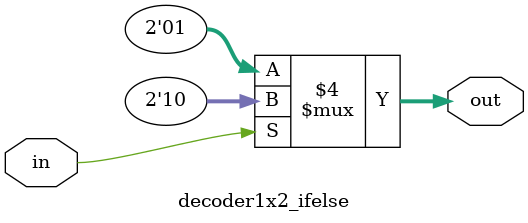
<source format=v>
`timescale 1ns / 1ps


module decoder1x2_ifelse(input in,output reg [1:0]out );
always@*
begin
if(in==1'b0) out=2'b01;
else out=2'b10;
end
endmodule


</source>
